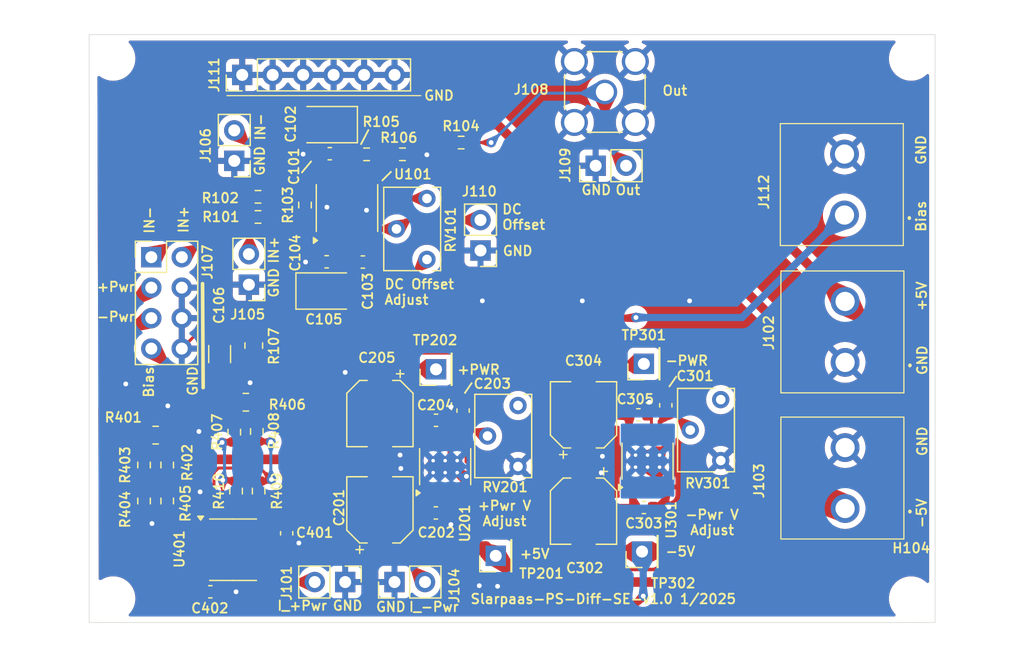
<source format=kicad_pcb>
(kicad_pcb
	(version 20240108)
	(generator "pcbnew")
	(generator_version "8.0")
	(general
		(thickness 1.6)
		(legacy_teardrops no)
	)
	(paper "A4")
	(layers
		(0 "F.Cu" signal)
		(31 "B.Cu" signal)
		(32 "B.Adhes" user "B.Adhesive")
		(33 "F.Adhes" user "F.Adhesive")
		(34 "B.Paste" user)
		(35 "F.Paste" user)
		(36 "B.SilkS" user "B.Silkscreen")
		(37 "F.SilkS" user "F.Silkscreen")
		(38 "B.Mask" user)
		(39 "F.Mask" user)
		(40 "Dwgs.User" user "User.Drawings")
		(41 "Cmts.User" user "User.Comments")
		(42 "Eco1.User" user "User.Eco1")
		(43 "Eco2.User" user "User.Eco2")
		(44 "Edge.Cuts" user)
		(45 "Margin" user)
		(46 "B.CrtYd" user "B.Courtyard")
		(47 "F.CrtYd" user "F.Courtyard")
		(48 "B.Fab" user)
		(49 "F.Fab" user)
		(50 "User.1" user)
		(51 "User.2" user)
		(52 "User.3" user)
		(53 "User.4" user)
		(54 "User.5" user)
		(55 "User.6" user)
		(56 "User.7" user)
		(57 "User.8" user)
		(58 "User.9" user)
	)
	(setup
		(stackup
			(layer "F.SilkS"
				(type "Top Silk Screen")
			)
			(layer "F.Paste"
				(type "Top Solder Paste")
			)
			(layer "F.Mask"
				(type "Top Solder Mask")
				(thickness 0.01)
			)
			(layer "F.Cu"
				(type "copper")
				(thickness 0.035)
			)
			(layer "dielectric 1"
				(type "core")
				(thickness 1.51)
				(material "FR4")
				(epsilon_r 4.5)
				(loss_tangent 0.02)
			)
			(layer "B.Cu"
				(type "copper")
				(thickness 0.035)
			)
			(layer "B.Mask"
				(type "Bottom Solder Mask")
				(thickness 0.01)
			)
			(layer "B.Paste"
				(type "Bottom Solder Paste")
			)
			(layer "B.SilkS"
				(type "Bottom Silk Screen")
			)
			(copper_finish "None")
			(dielectric_constraints no)
		)
		(pad_to_mask_clearance 0)
		(allow_soldermask_bridges_in_footprints no)
		(pcbplotparams
			(layerselection 0x00010fc_ffffffff)
			(plot_on_all_layers_selection 0x0000000_00000000)
			(disableapertmacros no)
			(usegerberextensions no)
			(usegerberattributes yes)
			(usegerberadvancedattributes yes)
			(creategerberjobfile yes)
			(dashed_line_dash_ratio 12.000000)
			(dashed_line_gap_ratio 3.000000)
			(svgprecision 4)
			(plotframeref no)
			(viasonmask no)
			(mode 1)
			(useauxorigin no)
			(hpglpennumber 1)
			(hpglpenspeed 20)
			(hpglpendiameter 15.000000)
			(pdf_front_fp_property_popups yes)
			(pdf_back_fp_property_popups yes)
			(dxfpolygonmode yes)
			(dxfimperialunits yes)
			(dxfusepcbnewfont yes)
			(psnegative no)
			(psa4output no)
			(plotreference yes)
			(plotvalue yes)
			(plotfptext yes)
			(plotinvisibletext no)
			(sketchpadsonfab no)
			(subtractmaskfromsilk no)
			(outputformat 1)
			(mirror no)
			(drillshape 1)
			(scaleselection 1)
			(outputdirectory "")
		)
	)
	(net 0 "")
	(net 1 "+5V")
	(net 2 "GND")
	(net 3 "/Adjustable VoltReg 0-5V/+0-5V_OUT")
	(net 4 "-5V")
	(net 5 "/Adjustable VoltReg -0-5V/-0-5V_OUT")
	(net 6 "Net-(U201-SET)")
	(net 7 "Net-(U301-SET)")
	(net 8 "Net-(U101-OUT)")
	(net 9 "Net-(U101-FB)")
	(net 10 "unconnected-(RV301-Pad3)")
	(net 11 "unconnected-(U201-PG-Pad5)")
	(net 12 "unconnected-(RV201-Pad3)")
	(net 13 "/IN-")
	(net 14 "/IN+")
	(net 15 "/BIAS_IN")
	(net 16 "/Dual Shunt+Amp/I1_B")
	(net 17 "/Dual Shunt+Amp/I2_A")
	(net 18 "Net-(U401A--)")
	(net 19 "Net-(U401A-+)")
	(net 20 "/Dual Shunt+Amp/I1_meas")
	(net 21 "Net-(U401B--)")
	(net 22 "Net-(U401B-+)")
	(net 23 "/Dual Shunt+Amp/I2_meas")
	(net 24 "Net-(J110-Pin_2)")
	(net 25 "Net-(J107-Pin_7)")
	(net 26 "Net-(J105-Pin_2)")
	(net 27 "Net-(J106-Pin_2)")
	(net 28 "Net-(J108-In)")
	(footprint "Resistor_SMD:R_0603_1608Metric" (layer "F.Cu") (at 90.9853 59.2063 90))
	(footprint "Connector_PinHeader_2.54mm:PinHeader_2x04_P2.54mm_Vertical" (layer "F.Cu") (at 78.1762 63.5508))
	(footprint "Connector_PinHeader_2.54mm:PinHeader_1x02_P2.54mm_Vertical" (layer "F.Cu") (at 98.4454 90.6272 90))
	(footprint "Capacitor_SMD:C_0603_1608Metric" (layer "F.Cu") (at 95.8088 63.9572 180))
	(footprint "Package_SO:SOIC-8_3.9x4.9mm_P1.27mm" (layer "F.Cu") (at 84.9884 87.9348))
	(footprint "Connector_PinHeader_2.54mm:PinHeader_1x02_P2.54mm_Vertical" (layer "F.Cu") (at 94.3356 90.6272 -90))
	(footprint "Resistor_SMD:R_0603_1608Metric" (layer "F.Cu") (at 85.09 78.1304 90))
	(footprint "Resistor_SMD:R_0603_1608Metric" (layer "F.Cu") (at 99.1085 54.9801 180))
	(footprint "Resistor_SMD:R_0603_1608Metric" (layer "F.Cu") (at 79.502 83.8708 90))
	(footprint "Resistor_SMD:R_0603_1608Metric" (layer "F.Cu") (at 77.5716 83.8708 90))
	(footprint "MountingHole:MountingHole_3.2mm_M3" (layer "F.Cu") (at 75 47))
	(footprint "Capacitor_Tantalum_SMD:CP_EIA-3528-15_AVX-H" (layer "F.Cu") (at 92.6897 66.3743))
	(footprint "0-Connectors:TB00750802BE" (layer "F.Cu") (at 135.95 60.04 90))
	(footprint "Connector_PinHeader_2.54mm:PinHeader_1x01_P2.54mm_Vertical" (layer "F.Cu") (at 119.2276 72.4408 90))
	(footprint "Resistor_SMD:R_0603_1608Metric" (layer "F.Cu") (at 79.502 80.8736 90))
	(footprint "Connector_PinHeader_2.54mm:PinHeader_1x02_P2.54mm_Vertical" (layer "F.Cu") (at 85.09 55.5244 180))
	(footprint "Capacitor_SMD:C_0603_1608Metric" (layer "F.Cu") (at 83.0958 91.44))
	(footprint "MountingHole:MountingHole_3.2mm_M3" (layer "F.Cu") (at 75 92))
	(footprint "Resistor_SMD:R_0603_1608Metric" (layer "F.Cu") (at 96.1203 54.9801 180))
	(footprint "Connector_PinHeader_2.54mm:PinHeader_1x02_P2.54mm_Vertical" (layer "F.Cu") (at 115.2094 55.9308 90))
	(footprint "Capacitor_SMD:C_0603_1608Metric" (layer "F.Cu") (at 93.0511 54.9293))
	(footprint "Resistor_SMD:R_0603_1608Metric" (layer "F.Cu") (at 77.5716 80.8736 90))
	(footprint "Resistor_SMD:R_0805_2012Metric" (layer "F.Cu") (at 86.7156 70.9187 90))
	(footprint "Connector_PinHeader_2.54mm:PinHeader_1x02_P2.54mm_Vertical" (layer "F.Cu") (at 86.3092 65.8418 180))
	(footprint "0-Package-MSO:MSOP-12-1EP_3x4.039mm_P0.65mm_EP1.651x2.845mm_ThermalVias_0,3mm" (layer "F.Cu") (at 119.5336 80.5496 90))
	(footprint "Capacitor_SMD:C_0603_1608Metric" (layer "F.Cu") (at 118.7704 76.6924 180))
	(footprint "Resistor_SMD:R_0603_1608Metric" (layer "F.Cu") (at 85.2424 83.0458 90))
	(footprint "Capacitor_SMD:C_0603_1608Metric" (layer "F.Cu") (at 101.8906 84.8668))
	(footprint "Capacitor_SMD:C_0603_1608Metric" (layer "F.Cu") (at 121.0564 75.8952 90))
	(footprint "0-Connectors:SMA_Amphenol_132134-11_Vertical" (layer "F.Cu") (at 115.9764 49.784))
	(footprint "Resistor_SMD:R_0805_2012Metric" (layer "F.Cu") (at 78.5368 78.3844 180))
	(footprint "Capacitor_SMD:CP_Elec_5x5.8"
		(layer "F.Cu")
		(uuid "932f2f42-5248-4a02-aa17-3cc93b04f1ee")
		(at 114.1984 76.6924 90)
		(descr "SMD capacitor, aluminum electrolytic, Panasonic, 5.0x5.8mm")
		(tags "capacitor electrolytic")
		(property "Reference" "C304"
			(at 4.5056 0 0)
			(unlocked yes)
			(layer "F.SilkS")
			(uuid "c2b33a0f-dcfc-41cb-b943-57cb09c21063")
			(effects
				(font
					(size 0.8 0.8)
					(thickness 0.15)
				)
			)
		)
		(property "Value" "22u/20V"
			(at 0 3.7 90)
			(layer "F.Fab")
			(uuid "def72c4a-b413-495a-89fc-ea0e5be45728")
			(effects
				(font
					(size 1 1)
					(thickness 0.15)
				)
			)
		)
		(property "Footprint" "Capacitor_SMD:CP_Elec_5x5.8"
			(at 0 0 90)
			(unlocked yes)
			(layer "F.Fab")
			(hide yes)
			(uuid "3dc858e0-7b88-494f-8ba6-dd35b2077bce")
			(effects
				(font
					(size 1.27 1.27)
					(thickness 0.15)
				)
			)
		)
		(property "Datasheet" "https://www.we-online.com/components/products/datasheet/875105359003.pdf"
			(at 0 0 90)
			(unlocked yes)
			(layer "F.Fab")
			(hide yes)
			(uuid "cf84fa1b-0da7-4402-a546-5688a1fa22bd")
			(effects
				(font
					(size 1.27 1.27)
					(thickness 0.15)
				)
			)
		)
		(property "Description" "Polarized capacitor"
			(at 0 0 90)
			(unlocked yes)
			(layer "F.Fab")
			(hide yes)
			(uuid "54819597-2d95-4190-93d6-acdaa33b824b")
			(effects
				(font
					(size 1.27 1.27)
					(thickness 0.15)
				)
			)
		)
		(property "Manufacturer_Part_Number" "875105359003"
			(at 0 0 90)
			(unlocked yes)
			(layer "F.Fab")
			(hide yes)
			(uuid "1935a849-9e00-4e21-b372-59ac3fe5a438")
			(effects
				(font
					(size 1 1)
					(thickness 0.15)
				)
			)
		)
		(property "Mouser Part Number" "710-875105359003"
			(at 0 0 90)
			(unlocked yes)
			(layer "F.Fab")
			(hide yes)
			(uuid "1208c0f0-2932-48e9-8930-81aa124a3c4b")
			(effects
				(font
					(size 1 1)
					(thickness 0.15)
				)
			)
		)
		(property "Manufacturer Part Number" "875105359003"
			(at 0 0 90)
			(unlocked yes)
			(layer "F.Fab")
			(hide yes)
			(uuid "183bfc45-2d8f-4d71-9ac0-834a072ed247")
			(effects
				(font
					(size 1 1)
					(thickness 0.15)
				)
			)
		)
		(property ki_fp_filters "CP_*")
		(path "/13dfb691-2d23-4a2b-8031-22e44eb957fa/e8ab19d7-2b9f-47df-9ea6-e51c5553dabf")
		(sheetname "Adjustable VoltReg -0-5V")
		(sheetfile "negreg_adjustable.kicad_sch")
		(attr smd)
		(fp_line
			(start 2.76 -2.76)
			(end 2.76 -1.06)
			(stroke
				(width 0.12)
				(type solid)
			)
			(layer "F.SilkS")
			(uuid "fd2947fe-8f1b-4384-93f3-a20f54d0e856")
		)
		(fp_line
			(start -1.695563 -2.76)
			(end 2.76 -2.76)
			(stroke
				(width 0.12)
				(type solid)
			)
			(layer "F.SilkS")
			(uuid "145832e6-19b8-4878-a035-922f05638dba")
		)
		(fp_line
			(start -3.3125 -1.9975)
			(end -3.3125 -1.3725)
			(stroke
				(width 0.12)
				(type solid)
			)
			(layer "F.SilkS")
			(uuid "b632f4c4-58e1-4de5-b0db-8cc747584207")
		)
		(fp_line
			(start -2.76 -1.695563)
			(end -1.695563 -2.76)
			(stroke
				(width 0.12)
				(type solid)
			)
			(layer "F.SilkS")
			(uuid "ab30995c-6091-4bdd-9662-ee8c674c2f88")
		)
		(fp_line
			(start -2.76 -1.695563)
			(end -2.76 -1.06)
			(stroke
				(width 0.12)
				(type solid)
			)
			(layer "F.SilkS")
			(uuid "48b13a33-59bd-49bb-90ac-7e2fe5508862")
		)
		(fp_line
			(start -3.625 -1.685)
			(end -3 -1.685)
			(stroke
				(width 0.12)
				(type solid)
			)
			(layer "F.SilkS")
			(uuid "0349f3c1-888e-4b63-ae4f-3d22a623ba2d")
		)
		(fp_line
			(start -2.76 1.695563)
			(end -2.76 1.06)
			(stroke
				(width 0.12)
				(type solid)
			)
			(layer "F.SilkS")
			(uuid "6f8b0cd9-cf4a-4bb4-83e5-8897b3afe698")
		)
		(fp_line
			(start -2.76 1.695563)
			(end -1.695563 2.76)
			(stroke
				(width 0.12)
				(type solid)
			)
			(layer "F.SilkS")
			(uuid "87dba83d-2af5-4d04-b26a-3d6a0116756c")
		)
		(fp_line
			(start 2.76 2.76)
			(end 2.76 1.06)
			(stroke
				(width 0.12)
				(type solid)
			)
			(layer "F.SilkS")
			(uuid "44b8f08d-70a7-4f54-9b8e-8021c1e7bbf8")
		)
		(fp_line
			(start -1.695563 2.76)
			(end 2.76 2.76)
			(stroke
				(width 0.12)
				(type solid)
			)
			(layer "F.SilkS")
			(uuid "c0af86aa-2fe3-447b-a8f8-c862af3dc601")
		)
		(fp_line
			(start 2.9 -2.9)
			(end 2.9 -1.05)
			(stroke
				(width 0
... [761848 chars truncated]
</source>
